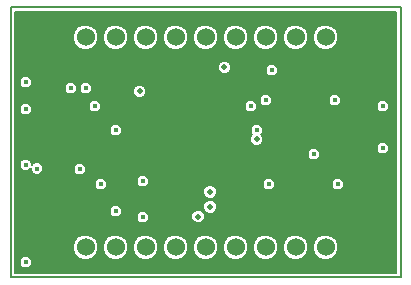
<source format=gbr>
G04 #@! TF.FileFunction,Copper,L2,Inr,Signal*
%FSLAX46Y46*%
G04 Gerber Fmt 4.6, Leading zero omitted, Abs format (unit mm)*
G04 Created by KiCad (PCBNEW 4.0.3+e1-6302~38~ubuntu14.04.1-stable) date Fri Aug 19 16:38:25 2016*
%MOMM*%
%LPD*%
G01*
G04 APERTURE LIST*
%ADD10C,0.100000*%
%ADD11C,0.150000*%
%ADD12C,1.524000*%
%ADD13C,0.508000*%
%ADD14C,0.406400*%
%ADD15C,0.127000*%
G04 APERTURE END LIST*
D10*
D11*
X170180000Y-107950000D02*
X170180000Y-85090000D01*
X203200000Y-107950000D02*
X170180000Y-107950000D01*
X203200000Y-85090000D02*
X203200000Y-107950000D01*
X170180000Y-85090000D02*
X203200000Y-85090000D01*
D12*
X196850000Y-87630000D03*
X194310000Y-87630000D03*
X191770000Y-87630000D03*
X189230000Y-87630000D03*
X186690000Y-87630000D03*
X184150000Y-87630000D03*
X181610000Y-87630000D03*
X179070000Y-87630000D03*
X176530000Y-87630000D03*
X196850000Y-105410000D03*
X194310000Y-105410000D03*
X191770000Y-105410000D03*
X189230000Y-105410000D03*
X186690000Y-105410000D03*
X184150000Y-105410000D03*
X181610000Y-105410000D03*
X179070000Y-105410000D03*
X176530000Y-105410000D03*
D13*
X186055000Y-102806500D03*
D14*
X195834000Y-97536000D03*
X197866000Y-100076000D03*
D13*
X191008000Y-96266000D03*
X181102000Y-92202000D03*
D14*
X175260000Y-91948000D03*
X192278000Y-90424000D03*
X197612000Y-92964000D03*
X201676000Y-93472000D03*
X201676000Y-97028000D03*
X181356000Y-102870000D03*
X181356000Y-99822000D03*
X179070000Y-95504000D03*
X179070000Y-102362000D03*
X171450000Y-91440000D03*
X171450000Y-98425000D03*
X172402500Y-98742500D03*
D13*
X187071000Y-101981000D03*
X187071000Y-100711000D03*
X188277500Y-90170000D03*
D14*
X195834000Y-101600000D03*
D13*
X183388000Y-102108000D03*
X183388000Y-100838000D03*
D14*
X177292000Y-90678000D03*
X195580000Y-94234000D03*
X179070000Y-96520000D03*
D13*
X190246000Y-100711000D03*
X190246000Y-101981000D03*
X183515000Y-97790000D03*
X183515000Y-95250000D03*
X184785000Y-95250000D03*
X183515000Y-96520000D03*
X188912500Y-97790000D03*
X188912500Y-95250000D03*
X187325000Y-95250000D03*
X188912500Y-96520000D03*
D14*
X171450000Y-106680000D03*
X191008000Y-95504000D03*
X177800000Y-100076000D03*
X190500000Y-93472000D03*
X177292000Y-93472000D03*
X192024000Y-100076000D03*
X176022000Y-98806000D03*
X191770000Y-92964000D03*
X176530000Y-91948000D03*
X171450000Y-93726000D03*
D15*
G36*
X202807500Y-107557500D02*
X170572500Y-107557500D01*
X170572500Y-106783119D01*
X170929210Y-106783119D01*
X171008315Y-106974567D01*
X171154662Y-107121170D01*
X171345972Y-107200609D01*
X171553119Y-107200790D01*
X171744567Y-107121685D01*
X171891170Y-106975338D01*
X171970609Y-106784028D01*
X171970790Y-106576881D01*
X171891685Y-106385433D01*
X171745338Y-106238830D01*
X171554028Y-106159391D01*
X171346881Y-106159210D01*
X171155433Y-106238315D01*
X171008830Y-106384662D01*
X170929391Y-106575972D01*
X170929210Y-106783119D01*
X170572500Y-106783119D01*
X170572500Y-105623784D01*
X175450313Y-105623784D01*
X175614311Y-106020689D01*
X175917714Y-106324622D01*
X176314332Y-106489313D01*
X176743784Y-106489687D01*
X177140689Y-106325689D01*
X177444622Y-106022286D01*
X177609313Y-105625668D01*
X177609314Y-105623784D01*
X177990313Y-105623784D01*
X178154311Y-106020689D01*
X178457714Y-106324622D01*
X178854332Y-106489313D01*
X179283784Y-106489687D01*
X179680689Y-106325689D01*
X179984622Y-106022286D01*
X180149313Y-105625668D01*
X180149314Y-105623784D01*
X180530313Y-105623784D01*
X180694311Y-106020689D01*
X180997714Y-106324622D01*
X181394332Y-106489313D01*
X181823784Y-106489687D01*
X182220689Y-106325689D01*
X182524622Y-106022286D01*
X182689313Y-105625668D01*
X182689314Y-105623784D01*
X183070313Y-105623784D01*
X183234311Y-106020689D01*
X183537714Y-106324622D01*
X183934332Y-106489313D01*
X184363784Y-106489687D01*
X184760689Y-106325689D01*
X185064622Y-106022286D01*
X185229313Y-105625668D01*
X185229314Y-105623784D01*
X185610313Y-105623784D01*
X185774311Y-106020689D01*
X186077714Y-106324622D01*
X186474332Y-106489313D01*
X186903784Y-106489687D01*
X187300689Y-106325689D01*
X187604622Y-106022286D01*
X187769313Y-105625668D01*
X187769314Y-105623784D01*
X188150313Y-105623784D01*
X188314311Y-106020689D01*
X188617714Y-106324622D01*
X189014332Y-106489313D01*
X189443784Y-106489687D01*
X189840689Y-106325689D01*
X190144622Y-106022286D01*
X190309313Y-105625668D01*
X190309314Y-105623784D01*
X190690313Y-105623784D01*
X190854311Y-106020689D01*
X191157714Y-106324622D01*
X191554332Y-106489313D01*
X191983784Y-106489687D01*
X192380689Y-106325689D01*
X192684622Y-106022286D01*
X192849313Y-105625668D01*
X192849314Y-105623784D01*
X193230313Y-105623784D01*
X193394311Y-106020689D01*
X193697714Y-106324622D01*
X194094332Y-106489313D01*
X194523784Y-106489687D01*
X194920689Y-106325689D01*
X195224622Y-106022286D01*
X195389313Y-105625668D01*
X195389314Y-105623784D01*
X195770313Y-105623784D01*
X195934311Y-106020689D01*
X196237714Y-106324622D01*
X196634332Y-106489313D01*
X197063784Y-106489687D01*
X197460689Y-106325689D01*
X197764622Y-106022286D01*
X197929313Y-105625668D01*
X197929687Y-105196216D01*
X197765689Y-104799311D01*
X197462286Y-104495378D01*
X197065668Y-104330687D01*
X196636216Y-104330313D01*
X196239311Y-104494311D01*
X195935378Y-104797714D01*
X195770687Y-105194332D01*
X195770313Y-105623784D01*
X195389314Y-105623784D01*
X195389687Y-105196216D01*
X195225689Y-104799311D01*
X194922286Y-104495378D01*
X194525668Y-104330687D01*
X194096216Y-104330313D01*
X193699311Y-104494311D01*
X193395378Y-104797714D01*
X193230687Y-105194332D01*
X193230313Y-105623784D01*
X192849314Y-105623784D01*
X192849687Y-105196216D01*
X192685689Y-104799311D01*
X192382286Y-104495378D01*
X191985668Y-104330687D01*
X191556216Y-104330313D01*
X191159311Y-104494311D01*
X190855378Y-104797714D01*
X190690687Y-105194332D01*
X190690313Y-105623784D01*
X190309314Y-105623784D01*
X190309687Y-105196216D01*
X190145689Y-104799311D01*
X189842286Y-104495378D01*
X189445668Y-104330687D01*
X189016216Y-104330313D01*
X188619311Y-104494311D01*
X188315378Y-104797714D01*
X188150687Y-105194332D01*
X188150313Y-105623784D01*
X187769314Y-105623784D01*
X187769687Y-105196216D01*
X187605689Y-104799311D01*
X187302286Y-104495378D01*
X186905668Y-104330687D01*
X186476216Y-104330313D01*
X186079311Y-104494311D01*
X185775378Y-104797714D01*
X185610687Y-105194332D01*
X185610313Y-105623784D01*
X185229314Y-105623784D01*
X185229687Y-105196216D01*
X185065689Y-104799311D01*
X184762286Y-104495378D01*
X184365668Y-104330687D01*
X183936216Y-104330313D01*
X183539311Y-104494311D01*
X183235378Y-104797714D01*
X183070687Y-105194332D01*
X183070313Y-105623784D01*
X182689314Y-105623784D01*
X182689687Y-105196216D01*
X182525689Y-104799311D01*
X182222286Y-104495378D01*
X181825668Y-104330687D01*
X181396216Y-104330313D01*
X180999311Y-104494311D01*
X180695378Y-104797714D01*
X180530687Y-105194332D01*
X180530313Y-105623784D01*
X180149314Y-105623784D01*
X180149687Y-105196216D01*
X179985689Y-104799311D01*
X179682286Y-104495378D01*
X179285668Y-104330687D01*
X178856216Y-104330313D01*
X178459311Y-104494311D01*
X178155378Y-104797714D01*
X177990687Y-105194332D01*
X177990313Y-105623784D01*
X177609314Y-105623784D01*
X177609687Y-105196216D01*
X177445689Y-104799311D01*
X177142286Y-104495378D01*
X176745668Y-104330687D01*
X176316216Y-104330313D01*
X175919311Y-104494311D01*
X175615378Y-104797714D01*
X175450687Y-105194332D01*
X175450313Y-105623784D01*
X170572500Y-105623784D01*
X170572500Y-102973119D01*
X180835210Y-102973119D01*
X180914315Y-103164567D01*
X181060662Y-103311170D01*
X181251972Y-103390609D01*
X181459119Y-103390790D01*
X181650567Y-103311685D01*
X181797170Y-103165338D01*
X181876609Y-102974028D01*
X181876656Y-102919680D01*
X185483401Y-102919680D01*
X185570224Y-103129806D01*
X185730849Y-103290711D01*
X185940823Y-103377900D01*
X186168180Y-103378099D01*
X186378306Y-103291276D01*
X186539211Y-103130651D01*
X186626400Y-102920677D01*
X186626599Y-102693320D01*
X186539776Y-102483194D01*
X186379151Y-102322289D01*
X186169177Y-102235100D01*
X185941820Y-102234901D01*
X185731694Y-102321724D01*
X185570789Y-102482349D01*
X185483600Y-102692323D01*
X185483401Y-102919680D01*
X181876656Y-102919680D01*
X181876790Y-102766881D01*
X181797685Y-102575433D01*
X181651338Y-102428830D01*
X181460028Y-102349391D01*
X181252881Y-102349210D01*
X181061433Y-102428315D01*
X180914830Y-102574662D01*
X180835391Y-102765972D01*
X180835210Y-102973119D01*
X170572500Y-102973119D01*
X170572500Y-102465119D01*
X178549210Y-102465119D01*
X178628315Y-102656567D01*
X178774662Y-102803170D01*
X178965972Y-102882609D01*
X179173119Y-102882790D01*
X179364567Y-102803685D01*
X179511170Y-102657338D01*
X179590609Y-102466028D01*
X179590790Y-102258881D01*
X179522737Y-102094180D01*
X186499401Y-102094180D01*
X186586224Y-102304306D01*
X186746849Y-102465211D01*
X186956823Y-102552400D01*
X187184180Y-102552599D01*
X187394306Y-102465776D01*
X187555211Y-102305151D01*
X187642400Y-102095177D01*
X187642599Y-101867820D01*
X187555776Y-101657694D01*
X187395151Y-101496789D01*
X187185177Y-101409600D01*
X186957820Y-101409401D01*
X186747694Y-101496224D01*
X186586789Y-101656849D01*
X186499600Y-101866823D01*
X186499401Y-102094180D01*
X179522737Y-102094180D01*
X179511685Y-102067433D01*
X179365338Y-101920830D01*
X179174028Y-101841391D01*
X178966881Y-101841210D01*
X178775433Y-101920315D01*
X178628830Y-102066662D01*
X178549391Y-102257972D01*
X178549210Y-102465119D01*
X170572500Y-102465119D01*
X170572500Y-100824180D01*
X186499401Y-100824180D01*
X186586224Y-101034306D01*
X186746849Y-101195211D01*
X186956823Y-101282400D01*
X187184180Y-101282599D01*
X187394306Y-101195776D01*
X187555211Y-101035151D01*
X187642400Y-100825177D01*
X187642599Y-100597820D01*
X187555776Y-100387694D01*
X187395151Y-100226789D01*
X187280350Y-100179119D01*
X191503210Y-100179119D01*
X191582315Y-100370567D01*
X191728662Y-100517170D01*
X191919972Y-100596609D01*
X192127119Y-100596790D01*
X192318567Y-100517685D01*
X192465170Y-100371338D01*
X192544609Y-100180028D01*
X192544609Y-100179119D01*
X197345210Y-100179119D01*
X197424315Y-100370567D01*
X197570662Y-100517170D01*
X197761972Y-100596609D01*
X197969119Y-100596790D01*
X198160567Y-100517685D01*
X198307170Y-100371338D01*
X198386609Y-100180028D01*
X198386790Y-99972881D01*
X198307685Y-99781433D01*
X198161338Y-99634830D01*
X197970028Y-99555391D01*
X197762881Y-99555210D01*
X197571433Y-99634315D01*
X197424830Y-99780662D01*
X197345391Y-99971972D01*
X197345210Y-100179119D01*
X192544609Y-100179119D01*
X192544790Y-99972881D01*
X192465685Y-99781433D01*
X192319338Y-99634830D01*
X192128028Y-99555391D01*
X191920881Y-99555210D01*
X191729433Y-99634315D01*
X191582830Y-99780662D01*
X191503391Y-99971972D01*
X191503210Y-100179119D01*
X187280350Y-100179119D01*
X187185177Y-100139600D01*
X186957820Y-100139401D01*
X186747694Y-100226224D01*
X186586789Y-100386849D01*
X186499600Y-100596823D01*
X186499401Y-100824180D01*
X170572500Y-100824180D01*
X170572500Y-100179119D01*
X177279210Y-100179119D01*
X177358315Y-100370567D01*
X177504662Y-100517170D01*
X177695972Y-100596609D01*
X177903119Y-100596790D01*
X178094567Y-100517685D01*
X178241170Y-100371338D01*
X178320609Y-100180028D01*
X178320790Y-99972881D01*
X178301056Y-99925119D01*
X180835210Y-99925119D01*
X180914315Y-100116567D01*
X181060662Y-100263170D01*
X181251972Y-100342609D01*
X181459119Y-100342790D01*
X181650567Y-100263685D01*
X181797170Y-100117338D01*
X181876609Y-99926028D01*
X181876790Y-99718881D01*
X181797685Y-99527433D01*
X181651338Y-99380830D01*
X181460028Y-99301391D01*
X181252881Y-99301210D01*
X181061433Y-99380315D01*
X180914830Y-99526662D01*
X180835391Y-99717972D01*
X180835210Y-99925119D01*
X178301056Y-99925119D01*
X178241685Y-99781433D01*
X178095338Y-99634830D01*
X177904028Y-99555391D01*
X177696881Y-99555210D01*
X177505433Y-99634315D01*
X177358830Y-99780662D01*
X177279391Y-99971972D01*
X177279210Y-100179119D01*
X170572500Y-100179119D01*
X170572500Y-98528119D01*
X170929210Y-98528119D01*
X171008315Y-98719567D01*
X171154662Y-98866170D01*
X171345972Y-98945609D01*
X171553119Y-98945790D01*
X171744567Y-98866685D01*
X171881811Y-98729680D01*
X171881710Y-98845619D01*
X171960815Y-99037067D01*
X172107162Y-99183670D01*
X172298472Y-99263109D01*
X172505619Y-99263290D01*
X172697067Y-99184185D01*
X172843670Y-99037838D01*
X172897118Y-98909119D01*
X175501210Y-98909119D01*
X175580315Y-99100567D01*
X175726662Y-99247170D01*
X175917972Y-99326609D01*
X176125119Y-99326790D01*
X176316567Y-99247685D01*
X176463170Y-99101338D01*
X176542609Y-98910028D01*
X176542790Y-98702881D01*
X176463685Y-98511433D01*
X176317338Y-98364830D01*
X176126028Y-98285391D01*
X175918881Y-98285210D01*
X175727433Y-98364315D01*
X175580830Y-98510662D01*
X175501391Y-98701972D01*
X175501210Y-98909119D01*
X172897118Y-98909119D01*
X172923109Y-98846528D01*
X172923290Y-98639381D01*
X172844185Y-98447933D01*
X172697838Y-98301330D01*
X172506528Y-98221891D01*
X172299381Y-98221710D01*
X172107933Y-98300815D01*
X171970689Y-98437820D01*
X171970790Y-98321881D01*
X171891685Y-98130433D01*
X171745338Y-97983830D01*
X171554028Y-97904391D01*
X171346881Y-97904210D01*
X171155433Y-97983315D01*
X171008830Y-98129662D01*
X170929391Y-98320972D01*
X170929210Y-98528119D01*
X170572500Y-98528119D01*
X170572500Y-97639119D01*
X195313210Y-97639119D01*
X195392315Y-97830567D01*
X195538662Y-97977170D01*
X195729972Y-98056609D01*
X195937119Y-98056790D01*
X196128567Y-97977685D01*
X196275170Y-97831338D01*
X196354609Y-97640028D01*
X196354790Y-97432881D01*
X196275685Y-97241433D01*
X196165564Y-97131119D01*
X201155210Y-97131119D01*
X201234315Y-97322567D01*
X201380662Y-97469170D01*
X201571972Y-97548609D01*
X201779119Y-97548790D01*
X201970567Y-97469685D01*
X202117170Y-97323338D01*
X202196609Y-97132028D01*
X202196790Y-96924881D01*
X202117685Y-96733433D01*
X201971338Y-96586830D01*
X201780028Y-96507391D01*
X201572881Y-96507210D01*
X201381433Y-96586315D01*
X201234830Y-96732662D01*
X201155391Y-96923972D01*
X201155210Y-97131119D01*
X196165564Y-97131119D01*
X196129338Y-97094830D01*
X195938028Y-97015391D01*
X195730881Y-97015210D01*
X195539433Y-97094315D01*
X195392830Y-97240662D01*
X195313391Y-97431972D01*
X195313210Y-97639119D01*
X170572500Y-97639119D01*
X170572500Y-96379180D01*
X190436401Y-96379180D01*
X190523224Y-96589306D01*
X190683849Y-96750211D01*
X190893823Y-96837400D01*
X191121180Y-96837599D01*
X191331306Y-96750776D01*
X191492211Y-96590151D01*
X191579400Y-96380177D01*
X191579599Y-96152820D01*
X191492776Y-95942694D01*
X191399333Y-95849088D01*
X191449170Y-95799338D01*
X191528609Y-95608028D01*
X191528790Y-95400881D01*
X191449685Y-95209433D01*
X191303338Y-95062830D01*
X191112028Y-94983391D01*
X190904881Y-94983210D01*
X190713433Y-95062315D01*
X190566830Y-95208662D01*
X190487391Y-95399972D01*
X190487210Y-95607119D01*
X190566315Y-95798567D01*
X190616730Y-95849070D01*
X190523789Y-95941849D01*
X190436600Y-96151823D01*
X190436401Y-96379180D01*
X170572500Y-96379180D01*
X170572500Y-95607119D01*
X178549210Y-95607119D01*
X178628315Y-95798567D01*
X178774662Y-95945170D01*
X178965972Y-96024609D01*
X179173119Y-96024790D01*
X179364567Y-95945685D01*
X179511170Y-95799338D01*
X179590609Y-95608028D01*
X179590790Y-95400881D01*
X179511685Y-95209433D01*
X179365338Y-95062830D01*
X179174028Y-94983391D01*
X178966881Y-94983210D01*
X178775433Y-95062315D01*
X178628830Y-95208662D01*
X178549391Y-95399972D01*
X178549210Y-95607119D01*
X170572500Y-95607119D01*
X170572500Y-93829119D01*
X170929210Y-93829119D01*
X171008315Y-94020567D01*
X171154662Y-94167170D01*
X171345972Y-94246609D01*
X171553119Y-94246790D01*
X171744567Y-94167685D01*
X171891170Y-94021338D01*
X171970609Y-93830028D01*
X171970790Y-93622881D01*
X171951056Y-93575119D01*
X176771210Y-93575119D01*
X176850315Y-93766567D01*
X176996662Y-93913170D01*
X177187972Y-93992609D01*
X177395119Y-93992790D01*
X177586567Y-93913685D01*
X177733170Y-93767338D01*
X177812609Y-93576028D01*
X177812609Y-93575119D01*
X189979210Y-93575119D01*
X190058315Y-93766567D01*
X190204662Y-93913170D01*
X190395972Y-93992609D01*
X190603119Y-93992790D01*
X190794567Y-93913685D01*
X190941170Y-93767338D01*
X191020609Y-93576028D01*
X191020609Y-93575119D01*
X201155210Y-93575119D01*
X201234315Y-93766567D01*
X201380662Y-93913170D01*
X201571972Y-93992609D01*
X201779119Y-93992790D01*
X201970567Y-93913685D01*
X202117170Y-93767338D01*
X202196609Y-93576028D01*
X202196790Y-93368881D01*
X202117685Y-93177433D01*
X201971338Y-93030830D01*
X201780028Y-92951391D01*
X201572881Y-92951210D01*
X201381433Y-93030315D01*
X201234830Y-93176662D01*
X201155391Y-93367972D01*
X201155210Y-93575119D01*
X191020609Y-93575119D01*
X191020790Y-93368881D01*
X190941685Y-93177433D01*
X190831564Y-93067119D01*
X191249210Y-93067119D01*
X191328315Y-93258567D01*
X191474662Y-93405170D01*
X191665972Y-93484609D01*
X191873119Y-93484790D01*
X192064567Y-93405685D01*
X192211170Y-93259338D01*
X192290609Y-93068028D01*
X192290609Y-93067119D01*
X197091210Y-93067119D01*
X197170315Y-93258567D01*
X197316662Y-93405170D01*
X197507972Y-93484609D01*
X197715119Y-93484790D01*
X197906567Y-93405685D01*
X198053170Y-93259338D01*
X198132609Y-93068028D01*
X198132790Y-92860881D01*
X198053685Y-92669433D01*
X197907338Y-92522830D01*
X197716028Y-92443391D01*
X197508881Y-92443210D01*
X197317433Y-92522315D01*
X197170830Y-92668662D01*
X197091391Y-92859972D01*
X197091210Y-93067119D01*
X192290609Y-93067119D01*
X192290790Y-92860881D01*
X192211685Y-92669433D01*
X192065338Y-92522830D01*
X191874028Y-92443391D01*
X191666881Y-92443210D01*
X191475433Y-92522315D01*
X191328830Y-92668662D01*
X191249391Y-92859972D01*
X191249210Y-93067119D01*
X190831564Y-93067119D01*
X190795338Y-93030830D01*
X190604028Y-92951391D01*
X190396881Y-92951210D01*
X190205433Y-93030315D01*
X190058830Y-93176662D01*
X189979391Y-93367972D01*
X189979210Y-93575119D01*
X177812609Y-93575119D01*
X177812790Y-93368881D01*
X177733685Y-93177433D01*
X177587338Y-93030830D01*
X177396028Y-92951391D01*
X177188881Y-92951210D01*
X176997433Y-93030315D01*
X176850830Y-93176662D01*
X176771391Y-93367972D01*
X176771210Y-93575119D01*
X171951056Y-93575119D01*
X171891685Y-93431433D01*
X171745338Y-93284830D01*
X171554028Y-93205391D01*
X171346881Y-93205210D01*
X171155433Y-93284315D01*
X171008830Y-93430662D01*
X170929391Y-93621972D01*
X170929210Y-93829119D01*
X170572500Y-93829119D01*
X170572500Y-92051119D01*
X174739210Y-92051119D01*
X174818315Y-92242567D01*
X174964662Y-92389170D01*
X175155972Y-92468609D01*
X175363119Y-92468790D01*
X175554567Y-92389685D01*
X175701170Y-92243338D01*
X175780609Y-92052028D01*
X175780609Y-92051119D01*
X176009210Y-92051119D01*
X176088315Y-92242567D01*
X176234662Y-92389170D01*
X176425972Y-92468609D01*
X176633119Y-92468790D01*
X176824567Y-92389685D01*
X176899202Y-92315180D01*
X180530401Y-92315180D01*
X180617224Y-92525306D01*
X180777849Y-92686211D01*
X180987823Y-92773400D01*
X181215180Y-92773599D01*
X181425306Y-92686776D01*
X181586211Y-92526151D01*
X181673400Y-92316177D01*
X181673599Y-92088820D01*
X181586776Y-91878694D01*
X181426151Y-91717789D01*
X181216177Y-91630600D01*
X180988820Y-91630401D01*
X180778694Y-91717224D01*
X180617789Y-91877849D01*
X180530600Y-92087823D01*
X180530401Y-92315180D01*
X176899202Y-92315180D01*
X176971170Y-92243338D01*
X177050609Y-92052028D01*
X177050790Y-91844881D01*
X176971685Y-91653433D01*
X176825338Y-91506830D01*
X176634028Y-91427391D01*
X176426881Y-91427210D01*
X176235433Y-91506315D01*
X176088830Y-91652662D01*
X176009391Y-91843972D01*
X176009210Y-92051119D01*
X175780609Y-92051119D01*
X175780790Y-91844881D01*
X175701685Y-91653433D01*
X175555338Y-91506830D01*
X175364028Y-91427391D01*
X175156881Y-91427210D01*
X174965433Y-91506315D01*
X174818830Y-91652662D01*
X174739391Y-91843972D01*
X174739210Y-92051119D01*
X170572500Y-92051119D01*
X170572500Y-91543119D01*
X170929210Y-91543119D01*
X171008315Y-91734567D01*
X171154662Y-91881170D01*
X171345972Y-91960609D01*
X171553119Y-91960790D01*
X171744567Y-91881685D01*
X171891170Y-91735338D01*
X171970609Y-91544028D01*
X171970790Y-91336881D01*
X171891685Y-91145433D01*
X171745338Y-90998830D01*
X171554028Y-90919391D01*
X171346881Y-90919210D01*
X171155433Y-90998315D01*
X171008830Y-91144662D01*
X170929391Y-91335972D01*
X170929210Y-91543119D01*
X170572500Y-91543119D01*
X170572500Y-90283180D01*
X187705901Y-90283180D01*
X187792724Y-90493306D01*
X187953349Y-90654211D01*
X188163323Y-90741400D01*
X188390680Y-90741599D01*
X188600806Y-90654776D01*
X188728685Y-90527119D01*
X191757210Y-90527119D01*
X191836315Y-90718567D01*
X191982662Y-90865170D01*
X192173972Y-90944609D01*
X192381119Y-90944790D01*
X192572567Y-90865685D01*
X192719170Y-90719338D01*
X192798609Y-90528028D01*
X192798790Y-90320881D01*
X192719685Y-90129433D01*
X192573338Y-89982830D01*
X192382028Y-89903391D01*
X192174881Y-89903210D01*
X191983433Y-89982315D01*
X191836830Y-90128662D01*
X191757391Y-90319972D01*
X191757210Y-90527119D01*
X188728685Y-90527119D01*
X188761711Y-90494151D01*
X188848900Y-90284177D01*
X188849099Y-90056820D01*
X188762276Y-89846694D01*
X188601651Y-89685789D01*
X188391677Y-89598600D01*
X188164320Y-89598401D01*
X187954194Y-89685224D01*
X187793289Y-89845849D01*
X187706100Y-90055823D01*
X187705901Y-90283180D01*
X170572500Y-90283180D01*
X170572500Y-87843784D01*
X175450313Y-87843784D01*
X175614311Y-88240689D01*
X175917714Y-88544622D01*
X176314332Y-88709313D01*
X176743784Y-88709687D01*
X177140689Y-88545689D01*
X177444622Y-88242286D01*
X177609313Y-87845668D01*
X177609314Y-87843784D01*
X177990313Y-87843784D01*
X178154311Y-88240689D01*
X178457714Y-88544622D01*
X178854332Y-88709313D01*
X179283784Y-88709687D01*
X179680689Y-88545689D01*
X179984622Y-88242286D01*
X180149313Y-87845668D01*
X180149314Y-87843784D01*
X180530313Y-87843784D01*
X180694311Y-88240689D01*
X180997714Y-88544622D01*
X181394332Y-88709313D01*
X181823784Y-88709687D01*
X182220689Y-88545689D01*
X182524622Y-88242286D01*
X182689313Y-87845668D01*
X182689314Y-87843784D01*
X183070313Y-87843784D01*
X183234311Y-88240689D01*
X183537714Y-88544622D01*
X183934332Y-88709313D01*
X184363784Y-88709687D01*
X184760689Y-88545689D01*
X185064622Y-88242286D01*
X185229313Y-87845668D01*
X185229314Y-87843784D01*
X185610313Y-87843784D01*
X185774311Y-88240689D01*
X186077714Y-88544622D01*
X186474332Y-88709313D01*
X186903784Y-88709687D01*
X187300689Y-88545689D01*
X187604622Y-88242286D01*
X187769313Y-87845668D01*
X187769314Y-87843784D01*
X188150313Y-87843784D01*
X188314311Y-88240689D01*
X188617714Y-88544622D01*
X189014332Y-88709313D01*
X189443784Y-88709687D01*
X189840689Y-88545689D01*
X190144622Y-88242286D01*
X190309313Y-87845668D01*
X190309314Y-87843784D01*
X190690313Y-87843784D01*
X190854311Y-88240689D01*
X191157714Y-88544622D01*
X191554332Y-88709313D01*
X191983784Y-88709687D01*
X192380689Y-88545689D01*
X192684622Y-88242286D01*
X192849313Y-87845668D01*
X192849314Y-87843784D01*
X193230313Y-87843784D01*
X193394311Y-88240689D01*
X193697714Y-88544622D01*
X194094332Y-88709313D01*
X194523784Y-88709687D01*
X194920689Y-88545689D01*
X195224622Y-88242286D01*
X195389313Y-87845668D01*
X195389314Y-87843784D01*
X195770313Y-87843784D01*
X195934311Y-88240689D01*
X196237714Y-88544622D01*
X196634332Y-88709313D01*
X197063784Y-88709687D01*
X197460689Y-88545689D01*
X197764622Y-88242286D01*
X197929313Y-87845668D01*
X197929687Y-87416216D01*
X197765689Y-87019311D01*
X197462286Y-86715378D01*
X197065668Y-86550687D01*
X196636216Y-86550313D01*
X196239311Y-86714311D01*
X195935378Y-87017714D01*
X195770687Y-87414332D01*
X195770313Y-87843784D01*
X195389314Y-87843784D01*
X195389687Y-87416216D01*
X195225689Y-87019311D01*
X194922286Y-86715378D01*
X194525668Y-86550687D01*
X194096216Y-86550313D01*
X193699311Y-86714311D01*
X193395378Y-87017714D01*
X193230687Y-87414332D01*
X193230313Y-87843784D01*
X192849314Y-87843784D01*
X192849687Y-87416216D01*
X192685689Y-87019311D01*
X192382286Y-86715378D01*
X191985668Y-86550687D01*
X191556216Y-86550313D01*
X191159311Y-86714311D01*
X190855378Y-87017714D01*
X190690687Y-87414332D01*
X190690313Y-87843784D01*
X190309314Y-87843784D01*
X190309687Y-87416216D01*
X190145689Y-87019311D01*
X189842286Y-86715378D01*
X189445668Y-86550687D01*
X189016216Y-86550313D01*
X188619311Y-86714311D01*
X188315378Y-87017714D01*
X188150687Y-87414332D01*
X188150313Y-87843784D01*
X187769314Y-87843784D01*
X187769687Y-87416216D01*
X187605689Y-87019311D01*
X187302286Y-86715378D01*
X186905668Y-86550687D01*
X186476216Y-86550313D01*
X186079311Y-86714311D01*
X185775378Y-87017714D01*
X185610687Y-87414332D01*
X185610313Y-87843784D01*
X185229314Y-87843784D01*
X185229687Y-87416216D01*
X185065689Y-87019311D01*
X184762286Y-86715378D01*
X184365668Y-86550687D01*
X183936216Y-86550313D01*
X183539311Y-86714311D01*
X183235378Y-87017714D01*
X183070687Y-87414332D01*
X183070313Y-87843784D01*
X182689314Y-87843784D01*
X182689687Y-87416216D01*
X182525689Y-87019311D01*
X182222286Y-86715378D01*
X181825668Y-86550687D01*
X181396216Y-86550313D01*
X180999311Y-86714311D01*
X180695378Y-87017714D01*
X180530687Y-87414332D01*
X180530313Y-87843784D01*
X180149314Y-87843784D01*
X180149687Y-87416216D01*
X179985689Y-87019311D01*
X179682286Y-86715378D01*
X179285668Y-86550687D01*
X178856216Y-86550313D01*
X178459311Y-86714311D01*
X178155378Y-87017714D01*
X177990687Y-87414332D01*
X177990313Y-87843784D01*
X177609314Y-87843784D01*
X177609687Y-87416216D01*
X177445689Y-87019311D01*
X177142286Y-86715378D01*
X176745668Y-86550687D01*
X176316216Y-86550313D01*
X175919311Y-86714311D01*
X175615378Y-87017714D01*
X175450687Y-87414332D01*
X175450313Y-87843784D01*
X170572500Y-87843784D01*
X170572500Y-85482500D01*
X202807500Y-85482500D01*
X202807500Y-107557500D01*
X202807500Y-107557500D01*
G37*
X202807500Y-107557500D02*
X170572500Y-107557500D01*
X170572500Y-106783119D01*
X170929210Y-106783119D01*
X171008315Y-106974567D01*
X171154662Y-107121170D01*
X171345972Y-107200609D01*
X171553119Y-107200790D01*
X171744567Y-107121685D01*
X171891170Y-106975338D01*
X171970609Y-106784028D01*
X171970790Y-106576881D01*
X171891685Y-106385433D01*
X171745338Y-106238830D01*
X171554028Y-106159391D01*
X171346881Y-106159210D01*
X171155433Y-106238315D01*
X171008830Y-106384662D01*
X170929391Y-106575972D01*
X170929210Y-106783119D01*
X170572500Y-106783119D01*
X170572500Y-105623784D01*
X175450313Y-105623784D01*
X175614311Y-106020689D01*
X175917714Y-106324622D01*
X176314332Y-106489313D01*
X176743784Y-106489687D01*
X177140689Y-106325689D01*
X177444622Y-106022286D01*
X177609313Y-105625668D01*
X177609314Y-105623784D01*
X177990313Y-105623784D01*
X178154311Y-106020689D01*
X178457714Y-106324622D01*
X178854332Y-106489313D01*
X179283784Y-106489687D01*
X179680689Y-106325689D01*
X179984622Y-106022286D01*
X180149313Y-105625668D01*
X180149314Y-105623784D01*
X180530313Y-105623784D01*
X180694311Y-106020689D01*
X180997714Y-106324622D01*
X181394332Y-106489313D01*
X181823784Y-106489687D01*
X182220689Y-106325689D01*
X182524622Y-106022286D01*
X182689313Y-105625668D01*
X182689314Y-105623784D01*
X183070313Y-105623784D01*
X183234311Y-106020689D01*
X183537714Y-106324622D01*
X183934332Y-106489313D01*
X184363784Y-106489687D01*
X184760689Y-106325689D01*
X185064622Y-106022286D01*
X185229313Y-105625668D01*
X185229314Y-105623784D01*
X185610313Y-105623784D01*
X185774311Y-106020689D01*
X186077714Y-106324622D01*
X186474332Y-106489313D01*
X186903784Y-106489687D01*
X187300689Y-106325689D01*
X187604622Y-106022286D01*
X187769313Y-105625668D01*
X187769314Y-105623784D01*
X188150313Y-105623784D01*
X188314311Y-106020689D01*
X188617714Y-106324622D01*
X189014332Y-106489313D01*
X189443784Y-106489687D01*
X189840689Y-106325689D01*
X190144622Y-106022286D01*
X190309313Y-105625668D01*
X190309314Y-105623784D01*
X190690313Y-105623784D01*
X190854311Y-106020689D01*
X191157714Y-106324622D01*
X191554332Y-106489313D01*
X191983784Y-106489687D01*
X192380689Y-106325689D01*
X192684622Y-106022286D01*
X192849313Y-105625668D01*
X192849314Y-105623784D01*
X193230313Y-105623784D01*
X193394311Y-106020689D01*
X193697714Y-106324622D01*
X194094332Y-106489313D01*
X194523784Y-106489687D01*
X194920689Y-106325689D01*
X195224622Y-106022286D01*
X195389313Y-105625668D01*
X195389314Y-105623784D01*
X195770313Y-105623784D01*
X195934311Y-106020689D01*
X196237714Y-106324622D01*
X196634332Y-106489313D01*
X197063784Y-106489687D01*
X197460689Y-106325689D01*
X197764622Y-106022286D01*
X197929313Y-105625668D01*
X197929687Y-105196216D01*
X197765689Y-104799311D01*
X197462286Y-104495378D01*
X197065668Y-104330687D01*
X196636216Y-104330313D01*
X196239311Y-104494311D01*
X195935378Y-104797714D01*
X195770687Y-105194332D01*
X195770313Y-105623784D01*
X195389314Y-105623784D01*
X195389687Y-105196216D01*
X195225689Y-104799311D01*
X194922286Y-104495378D01*
X194525668Y-104330687D01*
X194096216Y-104330313D01*
X193699311Y-104494311D01*
X193395378Y-104797714D01*
X193230687Y-105194332D01*
X193230313Y-105623784D01*
X192849314Y-105623784D01*
X192849687Y-105196216D01*
X192685689Y-104799311D01*
X192382286Y-104495378D01*
X191985668Y-104330687D01*
X191556216Y-104330313D01*
X191159311Y-104494311D01*
X190855378Y-104797714D01*
X190690687Y-105194332D01*
X190690313Y-105623784D01*
X190309314Y-105623784D01*
X190309687Y-105196216D01*
X190145689Y-104799311D01*
X189842286Y-104495378D01*
X189445668Y-104330687D01*
X189016216Y-104330313D01*
X188619311Y-104494311D01*
X188315378Y-104797714D01*
X188150687Y-105194332D01*
X188150313Y-105623784D01*
X187769314Y-105623784D01*
X187769687Y-105196216D01*
X187605689Y-104799311D01*
X187302286Y-104495378D01*
X186905668Y-104330687D01*
X186476216Y-104330313D01*
X186079311Y-104494311D01*
X185775378Y-104797714D01*
X185610687Y-105194332D01*
X185610313Y-105623784D01*
X185229314Y-105623784D01*
X185229687Y-105196216D01*
X185065689Y-104799311D01*
X184762286Y-104495378D01*
X184365668Y-104330687D01*
X183936216Y-104330313D01*
X183539311Y-104494311D01*
X183235378Y-104797714D01*
X183070687Y-105194332D01*
X183070313Y-105623784D01*
X182689314Y-105623784D01*
X182689687Y-105196216D01*
X182525689Y-104799311D01*
X182222286Y-104495378D01*
X181825668Y-104330687D01*
X181396216Y-104330313D01*
X180999311Y-104494311D01*
X180695378Y-104797714D01*
X180530687Y-105194332D01*
X180530313Y-105623784D01*
X180149314Y-105623784D01*
X180149687Y-105196216D01*
X179985689Y-104799311D01*
X179682286Y-104495378D01*
X179285668Y-104330687D01*
X178856216Y-104330313D01*
X178459311Y-104494311D01*
X178155378Y-104797714D01*
X177990687Y-105194332D01*
X177990313Y-105623784D01*
X177609314Y-105623784D01*
X177609687Y-105196216D01*
X177445689Y-104799311D01*
X177142286Y-104495378D01*
X176745668Y-104330687D01*
X176316216Y-104330313D01*
X175919311Y-104494311D01*
X175615378Y-104797714D01*
X175450687Y-105194332D01*
X175450313Y-105623784D01*
X170572500Y-105623784D01*
X170572500Y-102973119D01*
X180835210Y-102973119D01*
X180914315Y-103164567D01*
X181060662Y-103311170D01*
X181251972Y-103390609D01*
X181459119Y-103390790D01*
X181650567Y-103311685D01*
X181797170Y-103165338D01*
X181876609Y-102974028D01*
X181876656Y-102919680D01*
X185483401Y-102919680D01*
X185570224Y-103129806D01*
X185730849Y-103290711D01*
X185940823Y-103377900D01*
X186168180Y-103378099D01*
X186378306Y-103291276D01*
X186539211Y-103130651D01*
X186626400Y-102920677D01*
X186626599Y-102693320D01*
X186539776Y-102483194D01*
X186379151Y-102322289D01*
X186169177Y-102235100D01*
X185941820Y-102234901D01*
X185731694Y-102321724D01*
X185570789Y-102482349D01*
X185483600Y-102692323D01*
X185483401Y-102919680D01*
X181876656Y-102919680D01*
X181876790Y-102766881D01*
X181797685Y-102575433D01*
X181651338Y-102428830D01*
X181460028Y-102349391D01*
X181252881Y-102349210D01*
X181061433Y-102428315D01*
X180914830Y-102574662D01*
X180835391Y-102765972D01*
X180835210Y-102973119D01*
X170572500Y-102973119D01*
X170572500Y-102465119D01*
X178549210Y-102465119D01*
X178628315Y-102656567D01*
X178774662Y-102803170D01*
X178965972Y-102882609D01*
X179173119Y-102882790D01*
X179364567Y-102803685D01*
X179511170Y-102657338D01*
X179590609Y-102466028D01*
X179590790Y-102258881D01*
X179522737Y-102094180D01*
X186499401Y-102094180D01*
X186586224Y-102304306D01*
X186746849Y-102465211D01*
X186956823Y-102552400D01*
X187184180Y-102552599D01*
X187394306Y-102465776D01*
X187555211Y-102305151D01*
X187642400Y-102095177D01*
X187642599Y-101867820D01*
X187555776Y-101657694D01*
X187395151Y-101496789D01*
X187185177Y-101409600D01*
X186957820Y-101409401D01*
X186747694Y-101496224D01*
X186586789Y-101656849D01*
X186499600Y-101866823D01*
X186499401Y-102094180D01*
X179522737Y-102094180D01*
X179511685Y-102067433D01*
X179365338Y-101920830D01*
X179174028Y-101841391D01*
X178966881Y-101841210D01*
X178775433Y-101920315D01*
X178628830Y-102066662D01*
X178549391Y-102257972D01*
X178549210Y-102465119D01*
X170572500Y-102465119D01*
X170572500Y-100824180D01*
X186499401Y-100824180D01*
X186586224Y-101034306D01*
X186746849Y-101195211D01*
X186956823Y-101282400D01*
X187184180Y-101282599D01*
X187394306Y-101195776D01*
X187555211Y-101035151D01*
X187642400Y-100825177D01*
X187642599Y-100597820D01*
X187555776Y-100387694D01*
X187395151Y-100226789D01*
X187280350Y-100179119D01*
X191503210Y-100179119D01*
X191582315Y-100370567D01*
X191728662Y-100517170D01*
X191919972Y-100596609D01*
X192127119Y-100596790D01*
X192318567Y-100517685D01*
X192465170Y-100371338D01*
X192544609Y-100180028D01*
X192544609Y-100179119D01*
X197345210Y-100179119D01*
X197424315Y-100370567D01*
X197570662Y-100517170D01*
X197761972Y-100596609D01*
X197969119Y-100596790D01*
X198160567Y-100517685D01*
X198307170Y-100371338D01*
X198386609Y-100180028D01*
X198386790Y-99972881D01*
X198307685Y-99781433D01*
X198161338Y-99634830D01*
X197970028Y-99555391D01*
X197762881Y-99555210D01*
X197571433Y-99634315D01*
X197424830Y-99780662D01*
X197345391Y-99971972D01*
X197345210Y-100179119D01*
X192544609Y-100179119D01*
X192544790Y-99972881D01*
X192465685Y-99781433D01*
X192319338Y-99634830D01*
X192128028Y-99555391D01*
X191920881Y-99555210D01*
X191729433Y-99634315D01*
X191582830Y-99780662D01*
X191503391Y-99971972D01*
X191503210Y-100179119D01*
X187280350Y-100179119D01*
X187185177Y-100139600D01*
X186957820Y-100139401D01*
X186747694Y-100226224D01*
X186586789Y-100386849D01*
X186499600Y-100596823D01*
X186499401Y-100824180D01*
X170572500Y-100824180D01*
X170572500Y-100179119D01*
X177279210Y-100179119D01*
X177358315Y-100370567D01*
X177504662Y-100517170D01*
X177695972Y-100596609D01*
X177903119Y-100596790D01*
X178094567Y-100517685D01*
X178241170Y-100371338D01*
X178320609Y-100180028D01*
X178320790Y-99972881D01*
X178301056Y-99925119D01*
X180835210Y-99925119D01*
X180914315Y-100116567D01*
X181060662Y-100263170D01*
X181251972Y-100342609D01*
X181459119Y-100342790D01*
X181650567Y-100263685D01*
X181797170Y-100117338D01*
X181876609Y-99926028D01*
X181876790Y-99718881D01*
X181797685Y-99527433D01*
X181651338Y-99380830D01*
X181460028Y-99301391D01*
X181252881Y-99301210D01*
X181061433Y-99380315D01*
X180914830Y-99526662D01*
X180835391Y-99717972D01*
X180835210Y-99925119D01*
X178301056Y-99925119D01*
X178241685Y-99781433D01*
X178095338Y-99634830D01*
X177904028Y-99555391D01*
X177696881Y-99555210D01*
X177505433Y-99634315D01*
X177358830Y-99780662D01*
X177279391Y-99971972D01*
X177279210Y-100179119D01*
X170572500Y-100179119D01*
X170572500Y-98528119D01*
X170929210Y-98528119D01*
X171008315Y-98719567D01*
X171154662Y-98866170D01*
X171345972Y-98945609D01*
X171553119Y-98945790D01*
X171744567Y-98866685D01*
X171881811Y-98729680D01*
X171881710Y-98845619D01*
X171960815Y-99037067D01*
X172107162Y-99183670D01*
X172298472Y-99263109D01*
X172505619Y-99263290D01*
X172697067Y-99184185D01*
X172843670Y-99037838D01*
X172897118Y-98909119D01*
X175501210Y-98909119D01*
X175580315Y-99100567D01*
X175726662Y-99247170D01*
X175917972Y-99326609D01*
X176125119Y-99326790D01*
X176316567Y-99247685D01*
X176463170Y-99101338D01*
X176542609Y-98910028D01*
X176542790Y-98702881D01*
X176463685Y-98511433D01*
X176317338Y-98364830D01*
X176126028Y-98285391D01*
X175918881Y-98285210D01*
X175727433Y-98364315D01*
X175580830Y-98510662D01*
X175501391Y-98701972D01*
X175501210Y-98909119D01*
X172897118Y-98909119D01*
X172923109Y-98846528D01*
X172923290Y-98639381D01*
X172844185Y-98447933D01*
X172697838Y-98301330D01*
X172506528Y-98221891D01*
X172299381Y-98221710D01*
X172107933Y-98300815D01*
X171970689Y-98437820D01*
X171970790Y-98321881D01*
X171891685Y-98130433D01*
X171745338Y-97983830D01*
X171554028Y-97904391D01*
X171346881Y-97904210D01*
X171155433Y-97983315D01*
X171008830Y-98129662D01*
X170929391Y-98320972D01*
X170929210Y-98528119D01*
X170572500Y-98528119D01*
X170572500Y-97639119D01*
X195313210Y-97639119D01*
X195392315Y-97830567D01*
X195538662Y-97977170D01*
X195729972Y-98056609D01*
X195937119Y-98056790D01*
X196128567Y-97977685D01*
X196275170Y-97831338D01*
X196354609Y-97640028D01*
X196354790Y-97432881D01*
X196275685Y-97241433D01*
X196165564Y-97131119D01*
X201155210Y-97131119D01*
X201234315Y-97322567D01*
X201380662Y-97469170D01*
X201571972Y-97548609D01*
X201779119Y-97548790D01*
X201970567Y-97469685D01*
X202117170Y-97323338D01*
X202196609Y-97132028D01*
X202196790Y-96924881D01*
X202117685Y-96733433D01*
X201971338Y-96586830D01*
X201780028Y-96507391D01*
X201572881Y-96507210D01*
X201381433Y-96586315D01*
X201234830Y-96732662D01*
X201155391Y-96923972D01*
X201155210Y-97131119D01*
X196165564Y-97131119D01*
X196129338Y-97094830D01*
X195938028Y-97015391D01*
X195730881Y-97015210D01*
X195539433Y-97094315D01*
X195392830Y-97240662D01*
X195313391Y-97431972D01*
X195313210Y-97639119D01*
X170572500Y-97639119D01*
X170572500Y-96379180D01*
X190436401Y-96379180D01*
X190523224Y-96589306D01*
X190683849Y-96750211D01*
X190893823Y-96837400D01*
X191121180Y-96837599D01*
X191331306Y-96750776D01*
X191492211Y-96590151D01*
X191579400Y-96380177D01*
X191579599Y-96152820D01*
X191492776Y-95942694D01*
X191399333Y-95849088D01*
X191449170Y-95799338D01*
X191528609Y-95608028D01*
X191528790Y-95400881D01*
X191449685Y-95209433D01*
X191303338Y-95062830D01*
X191112028Y-94983391D01*
X190904881Y-94983210D01*
X190713433Y-95062315D01*
X190566830Y-95208662D01*
X190487391Y-95399972D01*
X190487210Y-95607119D01*
X190566315Y-95798567D01*
X190616730Y-95849070D01*
X190523789Y-95941849D01*
X190436600Y-96151823D01*
X190436401Y-96379180D01*
X170572500Y-96379180D01*
X170572500Y-95607119D01*
X178549210Y-95607119D01*
X178628315Y-95798567D01*
X178774662Y-95945170D01*
X178965972Y-96024609D01*
X179173119Y-96024790D01*
X179364567Y-95945685D01*
X179511170Y-95799338D01*
X179590609Y-95608028D01*
X179590790Y-95400881D01*
X179511685Y-95209433D01*
X179365338Y-95062830D01*
X179174028Y-94983391D01*
X178966881Y-94983210D01*
X178775433Y-95062315D01*
X178628830Y-95208662D01*
X178549391Y-95399972D01*
X178549210Y-95607119D01*
X170572500Y-95607119D01*
X170572500Y-93829119D01*
X170929210Y-93829119D01*
X171008315Y-94020567D01*
X171154662Y-94167170D01*
X171345972Y-94246609D01*
X171553119Y-94246790D01*
X171744567Y-94167685D01*
X171891170Y-94021338D01*
X171970609Y-93830028D01*
X171970790Y-93622881D01*
X171951056Y-93575119D01*
X176771210Y-93575119D01*
X176850315Y-93766567D01*
X176996662Y-93913170D01*
X177187972Y-93992609D01*
X177395119Y-93992790D01*
X177586567Y-93913685D01*
X177733170Y-93767338D01*
X177812609Y-93576028D01*
X177812609Y-93575119D01*
X189979210Y-93575119D01*
X190058315Y-93766567D01*
X190204662Y-93913170D01*
X190395972Y-93992609D01*
X190603119Y-93992790D01*
X190794567Y-93913685D01*
X190941170Y-93767338D01*
X191020609Y-93576028D01*
X191020609Y-93575119D01*
X201155210Y-93575119D01*
X201234315Y-93766567D01*
X201380662Y-93913170D01*
X201571972Y-93992609D01*
X201779119Y-93992790D01*
X201970567Y-93913685D01*
X202117170Y-93767338D01*
X202196609Y-93576028D01*
X202196790Y-93368881D01*
X202117685Y-93177433D01*
X201971338Y-93030830D01*
X201780028Y-92951391D01*
X201572881Y-92951210D01*
X201381433Y-93030315D01*
X201234830Y-93176662D01*
X201155391Y-93367972D01*
X201155210Y-93575119D01*
X191020609Y-93575119D01*
X191020790Y-93368881D01*
X190941685Y-93177433D01*
X190831564Y-93067119D01*
X191249210Y-93067119D01*
X191328315Y-93258567D01*
X191474662Y-93405170D01*
X191665972Y-93484609D01*
X191873119Y-93484790D01*
X192064567Y-93405685D01*
X192211170Y-93259338D01*
X192290609Y-93068028D01*
X192290609Y-93067119D01*
X197091210Y-93067119D01*
X197170315Y-93258567D01*
X197316662Y-93405170D01*
X197507972Y-93484609D01*
X197715119Y-93484790D01*
X197906567Y-93405685D01*
X198053170Y-93259338D01*
X198132609Y-93068028D01*
X198132790Y-92860881D01*
X198053685Y-92669433D01*
X197907338Y-92522830D01*
X197716028Y-92443391D01*
X197508881Y-92443210D01*
X197317433Y-92522315D01*
X197170830Y-92668662D01*
X197091391Y-92859972D01*
X197091210Y-93067119D01*
X192290609Y-93067119D01*
X192290790Y-92860881D01*
X192211685Y-92669433D01*
X192065338Y-92522830D01*
X191874028Y-92443391D01*
X191666881Y-92443210D01*
X191475433Y-92522315D01*
X191328830Y-92668662D01*
X191249391Y-92859972D01*
X191249210Y-93067119D01*
X190831564Y-93067119D01*
X190795338Y-93030830D01*
X190604028Y-92951391D01*
X190396881Y-92951210D01*
X190205433Y-93030315D01*
X190058830Y-93176662D01*
X189979391Y-93367972D01*
X189979210Y-93575119D01*
X177812609Y-93575119D01*
X177812790Y-93368881D01*
X177733685Y-93177433D01*
X177587338Y-93030830D01*
X177396028Y-92951391D01*
X177188881Y-92951210D01*
X176997433Y-93030315D01*
X176850830Y-93176662D01*
X176771391Y-93367972D01*
X176771210Y-93575119D01*
X171951056Y-93575119D01*
X171891685Y-93431433D01*
X171745338Y-93284830D01*
X171554028Y-93205391D01*
X171346881Y-93205210D01*
X171155433Y-93284315D01*
X171008830Y-93430662D01*
X170929391Y-93621972D01*
X170929210Y-93829119D01*
X170572500Y-93829119D01*
X170572500Y-92051119D01*
X174739210Y-92051119D01*
X174818315Y-92242567D01*
X174964662Y-92389170D01*
X175155972Y-92468609D01*
X175363119Y-92468790D01*
X175554567Y-92389685D01*
X175701170Y-92243338D01*
X175780609Y-92052028D01*
X175780609Y-92051119D01*
X176009210Y-92051119D01*
X176088315Y-92242567D01*
X176234662Y-92389170D01*
X176425972Y-92468609D01*
X176633119Y-92468790D01*
X176824567Y-92389685D01*
X176899202Y-92315180D01*
X180530401Y-92315180D01*
X180617224Y-92525306D01*
X180777849Y-92686211D01*
X180987823Y-92773400D01*
X181215180Y-92773599D01*
X181425306Y-92686776D01*
X181586211Y-92526151D01*
X181673400Y-92316177D01*
X181673599Y-92088820D01*
X181586776Y-91878694D01*
X181426151Y-91717789D01*
X181216177Y-91630600D01*
X180988820Y-91630401D01*
X180778694Y-91717224D01*
X180617789Y-91877849D01*
X180530600Y-92087823D01*
X180530401Y-92315180D01*
X176899202Y-92315180D01*
X176971170Y-92243338D01*
X177050609Y-92052028D01*
X177050790Y-91844881D01*
X176971685Y-91653433D01*
X176825338Y-91506830D01*
X176634028Y-91427391D01*
X176426881Y-91427210D01*
X176235433Y-91506315D01*
X176088830Y-91652662D01*
X176009391Y-91843972D01*
X176009210Y-92051119D01*
X175780609Y-92051119D01*
X175780790Y-91844881D01*
X175701685Y-91653433D01*
X175555338Y-91506830D01*
X175364028Y-91427391D01*
X175156881Y-91427210D01*
X174965433Y-91506315D01*
X174818830Y-91652662D01*
X174739391Y-91843972D01*
X174739210Y-92051119D01*
X170572500Y-92051119D01*
X170572500Y-91543119D01*
X170929210Y-91543119D01*
X171008315Y-91734567D01*
X171154662Y-91881170D01*
X171345972Y-91960609D01*
X171553119Y-91960790D01*
X171744567Y-91881685D01*
X171891170Y-91735338D01*
X171970609Y-91544028D01*
X171970790Y-91336881D01*
X171891685Y-91145433D01*
X171745338Y-90998830D01*
X171554028Y-90919391D01*
X171346881Y-90919210D01*
X171155433Y-90998315D01*
X171008830Y-91144662D01*
X170929391Y-91335972D01*
X170929210Y-91543119D01*
X170572500Y-91543119D01*
X170572500Y-90283180D01*
X187705901Y-90283180D01*
X187792724Y-90493306D01*
X187953349Y-90654211D01*
X188163323Y-90741400D01*
X188390680Y-90741599D01*
X188600806Y-90654776D01*
X188728685Y-90527119D01*
X191757210Y-90527119D01*
X191836315Y-90718567D01*
X191982662Y-90865170D01*
X192173972Y-90944609D01*
X192381119Y-90944790D01*
X192572567Y-90865685D01*
X192719170Y-90719338D01*
X192798609Y-90528028D01*
X192798790Y-90320881D01*
X192719685Y-90129433D01*
X192573338Y-89982830D01*
X192382028Y-89903391D01*
X192174881Y-89903210D01*
X191983433Y-89982315D01*
X191836830Y-90128662D01*
X191757391Y-90319972D01*
X191757210Y-90527119D01*
X188728685Y-90527119D01*
X188761711Y-90494151D01*
X188848900Y-90284177D01*
X188849099Y-90056820D01*
X188762276Y-89846694D01*
X188601651Y-89685789D01*
X188391677Y-89598600D01*
X188164320Y-89598401D01*
X187954194Y-89685224D01*
X187793289Y-89845849D01*
X187706100Y-90055823D01*
X187705901Y-90283180D01*
X170572500Y-90283180D01*
X170572500Y-87843784D01*
X175450313Y-87843784D01*
X175614311Y-88240689D01*
X175917714Y-88544622D01*
X176314332Y-88709313D01*
X176743784Y-88709687D01*
X177140689Y-88545689D01*
X177444622Y-88242286D01*
X177609313Y-87845668D01*
X177609314Y-87843784D01*
X177990313Y-87843784D01*
X178154311Y-88240689D01*
X178457714Y-88544622D01*
X178854332Y-88709313D01*
X179283784Y-88709687D01*
X179680689Y-88545689D01*
X179984622Y-88242286D01*
X180149313Y-87845668D01*
X180149314Y-87843784D01*
X180530313Y-87843784D01*
X180694311Y-88240689D01*
X180997714Y-88544622D01*
X181394332Y-88709313D01*
X181823784Y-88709687D01*
X182220689Y-88545689D01*
X182524622Y-88242286D01*
X182689313Y-87845668D01*
X182689314Y-87843784D01*
X183070313Y-87843784D01*
X183234311Y-88240689D01*
X183537714Y-88544622D01*
X183934332Y-88709313D01*
X184363784Y-88709687D01*
X184760689Y-88545689D01*
X185064622Y-88242286D01*
X185229313Y-87845668D01*
X185229314Y-87843784D01*
X185610313Y-87843784D01*
X185774311Y-88240689D01*
X186077714Y-88544622D01*
X186474332Y-88709313D01*
X186903784Y-88709687D01*
X187300689Y-88545689D01*
X187604622Y-88242286D01*
X187769313Y-87845668D01*
X187769314Y-87843784D01*
X188150313Y-87843784D01*
X188314311Y-88240689D01*
X188617714Y-88544622D01*
X189014332Y-88709313D01*
X189443784Y-88709687D01*
X189840689Y-88545689D01*
X190144622Y-88242286D01*
X190309313Y-87845668D01*
X190309314Y-87843784D01*
X190690313Y-87843784D01*
X190854311Y-88240689D01*
X191157714Y-88544622D01*
X191554332Y-88709313D01*
X191983784Y-88709687D01*
X192380689Y-88545689D01*
X192684622Y-88242286D01*
X192849313Y-87845668D01*
X192849314Y-87843784D01*
X193230313Y-87843784D01*
X193394311Y-88240689D01*
X193697714Y-88544622D01*
X194094332Y-88709313D01*
X194523784Y-88709687D01*
X194920689Y-88545689D01*
X195224622Y-88242286D01*
X195389313Y-87845668D01*
X195389314Y-87843784D01*
X195770313Y-87843784D01*
X195934311Y-88240689D01*
X196237714Y-88544622D01*
X196634332Y-88709313D01*
X197063784Y-88709687D01*
X197460689Y-88545689D01*
X197764622Y-88242286D01*
X197929313Y-87845668D01*
X197929687Y-87416216D01*
X197765689Y-87019311D01*
X197462286Y-86715378D01*
X197065668Y-86550687D01*
X196636216Y-86550313D01*
X196239311Y-86714311D01*
X195935378Y-87017714D01*
X195770687Y-87414332D01*
X195770313Y-87843784D01*
X195389314Y-87843784D01*
X195389687Y-87416216D01*
X195225689Y-87019311D01*
X194922286Y-86715378D01*
X194525668Y-86550687D01*
X194096216Y-86550313D01*
X193699311Y-86714311D01*
X193395378Y-87017714D01*
X193230687Y-87414332D01*
X193230313Y-87843784D01*
X192849314Y-87843784D01*
X192849687Y-87416216D01*
X192685689Y-87019311D01*
X192382286Y-86715378D01*
X191985668Y-86550687D01*
X191556216Y-86550313D01*
X191159311Y-86714311D01*
X190855378Y-87017714D01*
X190690687Y-87414332D01*
X190690313Y-87843784D01*
X190309314Y-87843784D01*
X190309687Y-87416216D01*
X190145689Y-87019311D01*
X189842286Y-86715378D01*
X189445668Y-86550687D01*
X189016216Y-86550313D01*
X188619311Y-86714311D01*
X188315378Y-87017714D01*
X188150687Y-87414332D01*
X188150313Y-87843784D01*
X187769314Y-87843784D01*
X187769687Y-87416216D01*
X187605689Y-87019311D01*
X187302286Y-86715378D01*
X186905668Y-86550687D01*
X186476216Y-86550313D01*
X186079311Y-86714311D01*
X185775378Y-87017714D01*
X185610687Y-87414332D01*
X185610313Y-87843784D01*
X185229314Y-87843784D01*
X185229687Y-87416216D01*
X185065689Y-87019311D01*
X184762286Y-86715378D01*
X184365668Y-86550687D01*
X183936216Y-86550313D01*
X183539311Y-86714311D01*
X183235378Y-87017714D01*
X183070687Y-87414332D01*
X183070313Y-87843784D01*
X182689314Y-87843784D01*
X182689687Y-87416216D01*
X182525689Y-87019311D01*
X182222286Y-86715378D01*
X181825668Y-86550687D01*
X181396216Y-86550313D01*
X180999311Y-86714311D01*
X180695378Y-87017714D01*
X180530687Y-87414332D01*
X180530313Y-87843784D01*
X180149314Y-87843784D01*
X180149687Y-87416216D01*
X179985689Y-87019311D01*
X179682286Y-86715378D01*
X179285668Y-86550687D01*
X178856216Y-86550313D01*
X178459311Y-86714311D01*
X178155378Y-87017714D01*
X177990687Y-87414332D01*
X177990313Y-87843784D01*
X177609314Y-87843784D01*
X177609687Y-87416216D01*
X177445689Y-87019311D01*
X177142286Y-86715378D01*
X176745668Y-86550687D01*
X176316216Y-86550313D01*
X175919311Y-86714311D01*
X175615378Y-87017714D01*
X175450687Y-87414332D01*
X175450313Y-87843784D01*
X170572500Y-87843784D01*
X170572500Y-85482500D01*
X202807500Y-85482500D01*
X202807500Y-107557500D01*
M02*

</source>
